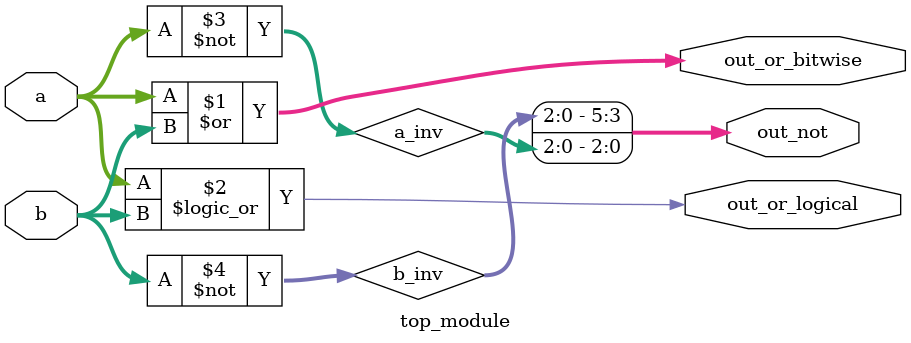
<source format=sv>
module top_module(
	input [2:0] a,
	input [2:0] b,
	output [2:0] out_or_bitwise,
	output out_or_logical,
	output [5:0] out_not
);

	// Wire declarations
	wire [2:0] a_inv;
	wire [2:0] b_inv;

	// Bitwise-OR of a and b
	assign out_or_bitwise = a | b;

	// Logical-OR of a and b
	assign out_or_logical = a || b;

	// Inverse of a
	assign a_inv = ~a;

	// Inverse of b
	assign b_inv = ~b;

	// Combining the inverses to form out_not
	assign out_not = {b_inv, a_inv};

endmodule

</source>
